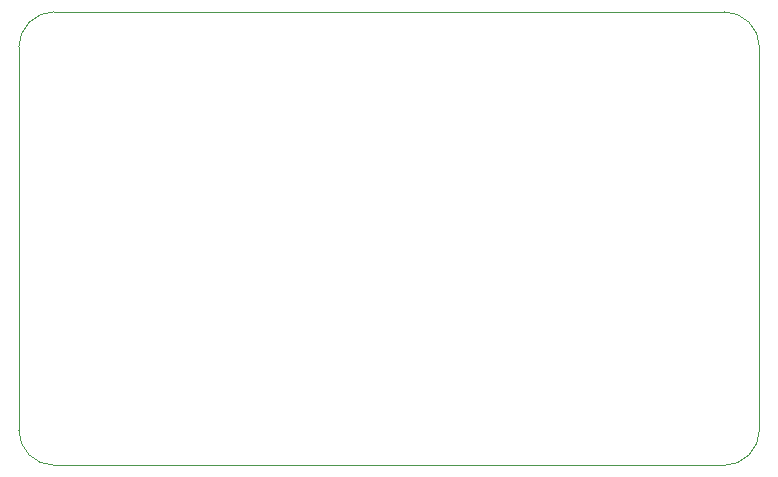
<source format=gbr>
%TF.GenerationSoftware,KiCad,Pcbnew,(5.1.6)-1*%
%TF.CreationDate,2020-07-30T09:39:53+02:00*%
%TF.ProjectId,motor-controller,6d6f746f-722d-4636-9f6e-74726f6c6c65,rev?*%
%TF.SameCoordinates,Original*%
%TF.FileFunction,Profile,NP*%
%FSLAX46Y46*%
G04 Gerber Fmt 4.6, Leading zero omitted, Abs format (unit mm)*
G04 Created by KiCad (PCBNEW (5.1.6)-1) date 2020-07-30 09:39:53*
%MOMM*%
%LPD*%
G01*
G04 APERTURE LIST*
%TA.AperFunction,Profile*%
%ADD10C,0.050000*%
%TD*%
G04 APERTURE END LIST*
D10*
X82500000Y-169200000D02*
G75*
G02*
X79500000Y-166200000I0J3000000D01*
G01*
X142200000Y-166200000D02*
G75*
G02*
X139200000Y-169200000I-3000000J0D01*
G01*
X139200000Y-130800000D02*
G75*
G02*
X142200000Y-133800000I0J-3000000D01*
G01*
X79500000Y-133800000D02*
G75*
G02*
X82500000Y-130800000I3000000J0D01*
G01*
X139200000Y-130800000D02*
X82500000Y-130800000D01*
X142200000Y-166200000D02*
X142200000Y-133800000D01*
X82500000Y-169200000D02*
X139200000Y-169200000D01*
X79500000Y-133800000D02*
X79500000Y-166200000D01*
M02*

</source>
